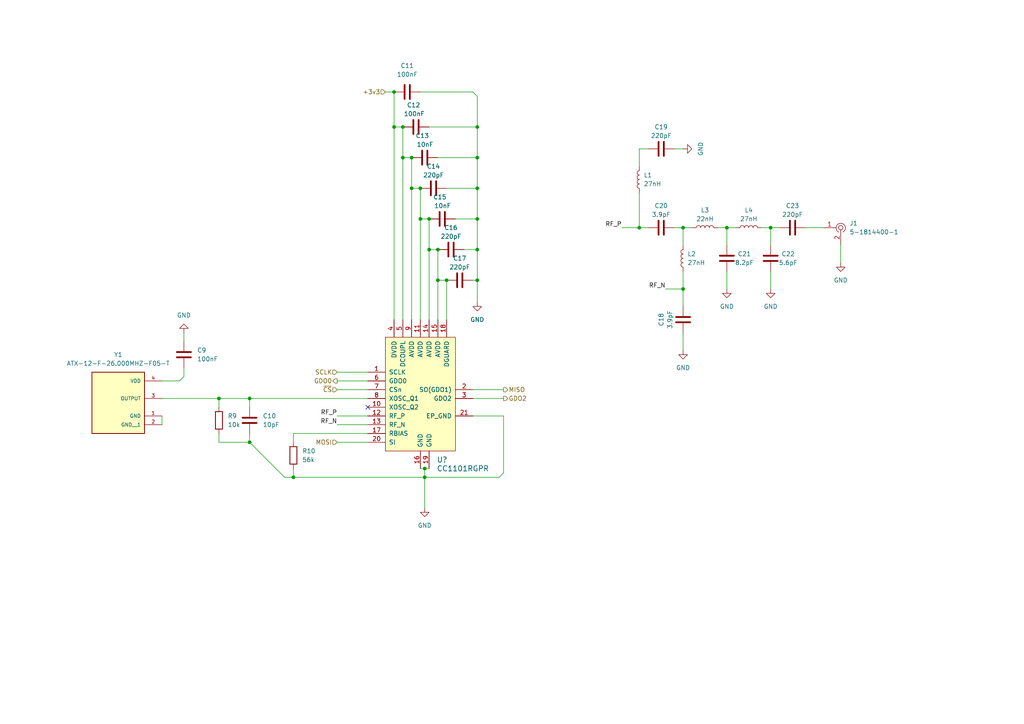
<source format=kicad_sch>
(kicad_sch (version 20230121) (generator eeschema)
  (paper "A4")
  (lib_symbols
    (symbol "Device:C" (pin_numbers hide) (pin_names (offset 0.254))
      (property "Reference" "C" (at 0.635 2.54 0))
      (property "Value" "C" (at 0.635 -2.54 0))
      (symbol "C_0_1"
        (polyline (pts (xy -2.032 -0.762) (xy 2.032 -0.762)) (stroke (width 0.508)))
        (polyline (pts (xy -2.032 0.762) (xy 2.032 0.762)) (stroke (width 0.508)))
      )
      (symbol "C_1_1"
        (pin passive line (at 0 3.81 270) (length 2.794) (name "~") (number "1"))
        (pin passive line (at 0 -3.81 90) (length 2.794) (name "~") (number "2"))
      )
    )
    (symbol "Device:L" (pin_numbers hide) (pin_names (offset 1.016) hide)
      (property "Reference" "L" (at -1.27 0 90))
      (property "Value" "L" (at 1.905 0 90))
      (symbol "L_0_1"
        (arc (start 0 -2.54) (mid 0.6323 -1.905) (end 0 -1.27))
        (arc (start 0 -1.27) (mid 0.6323 -0.635) (end 0 0))
        (arc (start 0 0) (mid 0.6323 0.635) (end 0 1.27))
        (arc (start 0 1.27) (mid 0.6323 1.905) (end 0 2.54))
      )
      (symbol "L_1_1"
        (pin passive line (at 0 3.81 270) (length 1.27) (name "1") (number "1"))
        (pin passive line (at 0 -3.81 90) (length 1.27) (name "2") (number "2"))
      )
    )
    (symbol "Device:R" (pin_numbers hide) (pin_names (offset 0))
      (property "Reference" "R" (at 2.032 0 90))
      (property "Value" "R" (at 0 0 90))
      (symbol "R_0_1"
        (rectangle (start -1.016 -2.54) (end 1.016 2.54) (stroke (width 0.254)))
      )
      (symbol "R_1_1"
        (pin passive line (at 0 3.81 270) (length 1.27) (name "~") (number "1"))
        (pin passive line (at 0 -3.81 90) (length 1.27) (name "~") (number "2"))
      )
    )
    (symbol "Downloads:ATX-12-F-26.000MHZ-F05-T" (pin_names (offset 1.016))
      (property "Reference" "Y" (at -7.62 8.382 0))
      (property "Value" "ATX-12-F-26.000MHZ-F05-T" (at -7.62 -10.922 0))
      (symbol "ATX-12-F-26.000MHZ-F05-T_0_0"
        (rectangle (start -7.62 -10.16) (end 7.62 7.62) (stroke (width 0.254)) (fill (type background)))
        (pin power_in line (at 12.7 -5.08 180) (length 5.08) (name "GND") (number "1"))
        (pin power_in line (at 12.7 -7.62 180) (length 5.08) (name "GND__1") (number "2"))
        (pin output line (at 12.7 0 180) (length 5.08) (name "OUTPUT") (number "3"))
        (pin power_in line (at 12.7 5.08 180) (length 5.08) (name "VDD") (number "4"))
      )
    )
    (symbol "dk_Coaxial-Connectors-RF:5-1814400-1" (pin_names (offset 1.016))
      (property "Reference" "J" (at -1.27 1.27 0))
      (property "Value" "5-1814400-1" (at 1.27 -2.54 0))
      (symbol "5-1814400-1_1_1"
        (arc (start -1.27 0) (mid -0.2651 -1.3081) (end 1.27 -0.635))
        (circle (center 0 0) (radius 0.635))
        (arc (start 1.27 0.635) (mid -0.2496 1.3256) (end -1.27 0))
        (pin passive line (at 0 -5.08 90) (length 3.683) (name "~") (number "1"))
        (pin passive line (at 5.08 0 180) (length 4.445) (name "~") (number "2"))
      )
    )
    (symbol "dk_RF-Transceiver-ICs:CC1101RGPR" (pin_names (offset 1.016))
      (property "Reference" "U" (at -12.7 11.43 0))
      (property "Value" "CC1101RGPR" (at 15.24 -27.94 0))
      (symbol "CC1101RGPR_0_1"
        (rectangle (start -10.16 12.7) (end 10.16 -20.32) (fill (type background)))
      )
      (symbol "CC1101RGPR_1_1"
        (pin input line (at -15.24 2.54 0) (length 5.08) (name "SCLK") (number "1"))
        (pin bidirectional line (at -15.24 -7.62 0) (length 5.08) (name "XOSC_Q2") (number "10"))
        (pin power_in line (at 0 17.78 270) (length 5.08) (name "AVDD") (number "11"))
        (pin bidirectional line (at -15.24 -10.16 0) (length 5.08) (name "RF_P") (number "12"))
        (pin bidirectional line (at -15.24 -12.7 0) (length 5.08) (name "RF_N") (number "13"))
        (pin power_in line (at 2.54 17.78 270) (length 5.08) (name "AVDD") (number "14"))
        (pin power_in line (at 5.08 17.78 270) (length 5.08) (name "AVDD") (number "15"))
        (pin power_in line (at 0 -25.4 90) (length 5.08) (name "GND") (number "16"))
        (pin bidirectional line (at -15.24 -15.24 0) (length 5.08) (name "RBIAS") (number "17"))
        (pin power_in line (at 7.62 17.78 270) (length 5.08) (name "DGUARD") (number "18"))
        (pin power_in line (at 2.54 -25.4 90) (length 5.08) (name "GND") (number "19"))
        (pin output line (at 15.24 -2.54 180) (length 5.08) (name "SO(GDO1)") (number "2"))
        (pin input line (at -15.24 -17.78 0) (length 5.08) (name "SI") (number "20"))
        (pin power_in line (at 15.24 -10.16 180) (length 5.08) (name "EP_GND") (number "21"))
        (pin output line (at 15.24 -5.08 180) (length 5.08) (name "GDO2") (number "3"))
        (pin power_in line (at -7.62 17.78 270) (length 5.08) (name "DVDD") (number "4"))
        (pin power_in line (at -5.08 17.78 270) (length 5.08) (name "DCOUPL") (number "5"))
        (pin bidirectional line (at -15.24 0 0) (length 5.08) (name "GDO0") (number "6"))
        (pin input line (at -15.24 -2.54 0) (length 5.08) (name "CSn") (number "7"))
        (pin bidirectional line (at -15.24 -5.08 0) (length 5.08) (name "XOSC_Q1") (number "8"))
        (pin power_in line (at -2.54 17.78 270) (length 5.08) (name "AVDD") (number "9"))
      )
    )
    (symbol "power:GND" (power) (pin_names (offset 0))
      (property "Value" "GND" (at 0 -3.81 0))
      (symbol "GND_0_1"
        (polyline (pts (xy 0 0) (xy 0 -1.27) (xy 1.27 -1.27) (xy 0 -2.54) (xy -1.27 -1.27) (xy 0 -1.27)))
      )
      (symbol "GND_1_1"
        (pin power_in line (at 0 0 270) (length 0) hide (name "GND") (number "1"))
      )
    )
  )
  (junction (at 123.19 135.89))
  (junction (at 198.12 83.82))
  (junction (at 119.38 45.72))
  (junction (at 138.43 54.61))
  (junction (at 198.12 66.04))
  (junction (at 138.43 36.83))
  (junction (at 129.54 81.28))
  (junction (at 116.84 45.72))
  (junction (at 85.09 138.43))
  (junction (at 185.42 66.04))
  (junction (at 127 81.28))
  (junction (at 121.92 54.61))
  (junction (at 124.46 72.39))
  (junction (at 119.38 54.61))
  (junction (at 124.46 63.5))
  (junction (at 138.43 81.28))
  (junction (at 127 72.39))
  (junction (at 114.3 36.83))
  (junction (at 121.92 63.5))
  (junction (at 223.52 66.04))
  (junction (at 123.19 138.43))
  (junction (at 138.43 63.5))
  (junction (at 72.39 128.27))
  (junction (at 138.43 72.39))
  (junction (at 114.3 26.67))
  (junction (at 72.39 115.57))
  (junction (at 116.84 36.83))
  (junction (at 63.5 115.57))
  (junction (at 210.82 66.04))
  (junction (at 138.43 45.72))
  (no_connect (at 106.68 118.11))
  (wire (pts (xy 223.52 66.04) (xy 223.52 71.12)))
  (wire (pts (xy 127 81.28) (xy 127 92.71)))
  (wire (pts (xy 46.99 115.57) (xy 63.5 115.57)))
  (wire (pts (xy 198.12 66.04) (xy 200.66 66.04)))
  (wire (pts (xy 123.19 135.89) (xy 123.19 138.43)))
  (wire (pts (xy 210.82 78.74) (xy 210.82 83.82)))
  (wire (pts (xy 185.42 43.18) (xy 187.96 43.18)))
  (wire (pts (xy 195.58 66.04) (xy 198.12 66.04)))
  (wire (pts (xy 243.84 71.12) (xy 243.84 76.2)))
  (wire (pts (xy 124.46 36.83) (xy 138.43 36.83)))
  (wire (pts (xy 121.92 63.5) (xy 121.92 92.71)))
  (wire (pts (xy 111.76 26.67) (xy 114.3 26.67)))
  (wire (pts (xy 97.79 113.03) (xy 106.68 113.03)))
  (wire (pts (xy 180.34 66.04) (xy 185.42 66.04)))
  (wire (pts (xy 121.92 135.89) (xy 123.19 135.89)))
  (wire (pts (xy 116.84 45.72) (xy 119.38 45.72)))
  (wire (pts (xy 223.52 66.04) (xy 226.06 66.04)))
  (wire (pts (xy 146.05 120.65) (xy 146.05 137.16)))
  (wire (pts (xy 220.98 66.04) (xy 223.52 66.04)))
  (wire (pts (xy 233.68 66.04) (xy 238.76 66.04)))
  (wire (pts (xy 72.39 115.57) (xy 106.68 115.57)))
  (wire (pts (xy 195.58 43.18) (xy 198.12 43.18)))
  (wire (pts (xy 210.82 66.04) (xy 210.82 71.12)))
  (wire (pts (xy 138.43 45.72) (xy 138.43 54.61)))
  (wire (pts (xy 129.54 54.61) (xy 138.43 54.61)))
  (wire (pts (xy 198.12 96.52) (xy 198.12 101.6)))
  (wire (pts (xy 124.46 72.39) (xy 127 72.39)))
  (wire (pts (xy 46.99 110.49) (xy 52.07 110.49)))
  (wire (pts (xy 97.79 128.27) (xy 106.68 128.27)))
  (wire (pts (xy 198.12 83.82) (xy 198.12 88.9)))
  (wire (pts (xy 82.55 138.43) (xy 85.09 138.43)))
  (wire (pts (xy 121.92 54.61) (xy 121.92 63.5)))
  (wire (pts (xy 116.84 36.83) (xy 116.84 45.72)))
  (wire (pts (xy 114.3 36.83) (xy 114.3 92.71)))
  (wire (pts (xy 119.38 45.72) (xy 119.38 54.61)))
  (wire (pts (xy 127 81.28) (xy 129.54 81.28)))
  (wire (pts (xy 63.5 125.73) (xy 63.5 128.27)))
  (wire (pts (xy 198.12 78.74) (xy 198.12 83.82)))
  (wire (pts (xy 97.79 110.49) (xy 106.68 110.49)))
  (wire (pts (xy 208.28 66.04) (xy 210.82 66.04)))
  (wire (pts (xy 85.09 138.43) (xy 123.19 138.43)))
  (wire (pts (xy 72.39 128.27) (xy 82.55 138.43)))
  (wire (pts (xy 132.08 63.5) (xy 138.43 63.5)))
  (wire (pts (xy 72.39 115.57) (xy 72.39 118.11)))
  (wire (pts (xy 138.43 36.83) (xy 138.43 45.72)))
  (wire (pts (xy 46.99 120.65) (xy 46.99 123.19)))
  (wire (pts (xy 127 72.39) (xy 127 81.28)))
  (wire (pts (xy 119.38 54.61) (xy 119.38 92.71)))
  (wire (pts (xy 198.12 66.04) (xy 198.12 71.12)))
  (wire (pts (xy 97.79 123.19) (xy 106.68 123.19)))
  (wire (pts (xy 129.54 81.28) (xy 129.54 92.71)))
  (wire (pts (xy 134.62 72.39) (xy 138.43 72.39)))
  (wire (pts (xy 85.09 125.73) (xy 85.09 128.27)))
  (wire (pts (xy 223.52 78.74) (xy 223.52 83.82)))
  (wire (pts (xy 85.09 125.73) (xy 106.68 125.73)))
  (wire (pts (xy 137.16 113.03) (xy 146.05 113.03)))
  (wire (pts (xy 138.43 27.94) (xy 138.43 36.83)))
  (wire (pts (xy 114.3 36.83) (xy 116.84 36.83)))
  (wire (pts (xy 137.16 120.65) (xy 146.05 120.65)))
  (wire (pts (xy 121.92 26.67) (xy 137.16 26.67)))
  (wire (pts (xy 138.43 81.28) (xy 138.43 87.63)))
  (wire (pts (xy 97.79 107.95) (xy 106.68 107.95)))
  (wire (pts (xy 137.16 115.57) (xy 146.05 115.57)))
  (wire (pts (xy 146.05 137.16) (xy 144.78 138.43)))
  (wire (pts (xy 119.38 54.61) (xy 121.92 54.61)))
  (wire (pts (xy 53.34 96.52) (xy 53.34 99.06)))
  (wire (pts (xy 123.19 135.89) (xy 124.46 135.89)))
  (wire (pts (xy 123.19 138.43) (xy 123.19 147.32)))
  (wire (pts (xy 138.43 54.61) (xy 138.43 63.5)))
  (wire (pts (xy 116.84 45.72) (xy 116.84 92.71)))
  (wire (pts (xy 138.43 63.5) (xy 138.43 72.39)))
  (wire (pts (xy 193.04 83.82) (xy 198.12 83.82)))
  (wire (pts (xy 97.79 120.65) (xy 106.68 120.65)))
  (wire (pts (xy 63.5 128.27) (xy 72.39 128.27)))
  (wire (pts (xy 63.5 115.57) (xy 72.39 115.57)))
  (wire (pts (xy 137.16 81.28) (xy 138.43 81.28)))
  (wire (pts (xy 124.46 72.39) (xy 124.46 92.71)))
  (wire (pts (xy 85.09 135.89) (xy 85.09 138.43)))
  (wire (pts (xy 123.19 138.43) (xy 144.78 138.43)))
  (wire (pts (xy 63.5 115.57) (xy 63.5 118.11)))
  (wire (pts (xy 185.42 66.04) (xy 187.96 66.04)))
  (wire (pts (xy 210.82 66.04) (xy 213.36 66.04)))
  (wire (pts (xy 124.46 63.5) (xy 124.46 72.39)))
  (wire (pts (xy 121.92 63.5) (xy 124.46 63.5)))
  (wire (pts (xy 185.42 43.18) (xy 185.42 48.26)))
  (wire (pts (xy 138.43 72.39) (xy 138.43 81.28)))
  (wire (pts (xy 72.39 125.73) (xy 72.39 128.27)))
  (wire (pts (xy 114.3 26.67) (xy 114.3 36.83)))
  (wire (pts (xy 185.42 55.88) (xy 185.42 66.04)))
  (wire (pts (xy 137.16 26.67) (xy 138.43 27.94)))
  (wire (pts (xy 127 45.72) (xy 138.43 45.72)))
  (wire (pts (xy 53.34 106.68) (xy 53.34 109.22)))
  (wire (pts (xy 52.07 110.49) (xy 53.34 109.22)))
  (label "RF_P" (at 97.79 120.65 180))
  (label "RF_N" (at 193.04 83.82 180))
  (label "RF_N" (at 97.79 123.19 180))
  (label "RF_P" (at 180.34 66.04 180))
  (hierarchical_label "~{CS}" (shape input) (at 97.79 113.03 180))
  (hierarchical_label "GDO2" (shape output) (at 146.05 115.57 0))
  (hierarchical_label "+3v3" (shape input) (at 111.76 26.67 180))
  (hierarchical_label "GDO0" (shape output) (at 97.79 110.49 180))
  (hierarchical_label "MOSI" (shape input) (at 97.79 128.27 180))
  (hierarchical_label "SCLK" (shape input) (at 97.79 107.95 180))
  (hierarchical_label "MISO" (shape output) (at 146.05 113.03 0))
  (symbol (lib_id "Device:C") (at 223.52 74.93 0) (unit 1)
    (property "Reference" "C22" (at 228.6 73.66 0))
    (property "Value" "5.6pF" (at 228.6 76.2 0))
    (property "Footprint" "Capacitor_SMD:C_0402_1005Metric" (effects hide))
  )
  (symbol (lib_id "power:GND") (at 223.52 83.82 0) (unit 1)
    (property "Reference" "#PWR018" (effects hide))
    (property "Value" "GND" (at 223.52 88.9 0))
  )
  (symbol (lib_id "Device:L") (at 217.17 66.04 90) (unit 1)
    (property "Reference" "L4" (at 217.17 60.96 90))
    (property "Value" "27nH" (at 217.17 63.5 90))
    (property "Footprint" "Inductor_SMD:L_0402_1005Metric" (effects hide))
  )
  (symbol (lib_id "Device:L") (at 204.47 66.04 90) (unit 1)
    (property "Reference" "L3" (at 204.47 60.96 90))
    (property "Value" "22nH" (at 204.47 63.5 90))
    (property "Footprint" "Inductor_SMD:L_0402_1005Metric" (effects hide))
  )
  (symbol (lib_id "dk_Coaxial-Connectors-RF:5-1814400-1") (at 243.84 66.04 270) (unit 1)
    (property "Reference" "J1" (at 246.38 64.7699 90) (effects (justify left)))
    (property "Value" "5-1814400-1" (at 246.38 67.3099 90) (effects (justify left)))
    (property "Footprint" "digikey-footprints:RF_SMA_RightAngle_5-1814400-1" (effects hide))
    (property "Datasheet" "https://www.te.com/commerce/DocumentDelivery/DDEController?Action=srchrtrv&DocNm=1814400&DocType=Customer+Drawing&DocLang=English" (effects hide))
    (property "Digi-Key_PN" "A97593-ND" (effects hide))
    (property "MPN" "5-1814400-1" (effects hide))
    (property "Category" "Connectors, Interconnects" (effects hide))
    (property "Family" "Coaxial Connectors (RF)" (effects hide))
    (property "DK_Datasheet_Link" "https://www.te.com/commerce/DocumentDelivery/DDEController?Action=srchrtrv&DocNm=1814400&DocType=Customer+Drawing&DocLang=English" (effects hide))
    (property "DK_Detail_Page" "/product-detail/en/te-connectivity-amp-connectors/5-1814400-1/A97593-ND/1755981" (effects hide))
    (property "Description" "CONN SMA JACK R/A 50 OHM PCB" (effects hide))
    (property "Manufacturer" "TE Connectivity AMP Connectors" (effects hide))
    (property "Status" "Active" (effects hide))
  )
  (symbol (lib_id "power:GND") (at 210.82 83.82 0) (unit 1)
    (property "Reference" "#PWR017" (effects hide))
    (property "Value" "GND" (at 210.82 88.9 0))
  )
  (symbol (lib_id "Device:C") (at 53.34 102.87 0) (unit 1)
    (property "Reference" "C9" (at 57.15 101.6 0) (effects (justify left)))
    (property "Value" "100nF" (at 57.15 104.14 0) (effects (justify left)))
    (property "Footprint" "Capacitor_SMD:C_0402_1005Metric" (effects hide))
  )
  (symbol (lib_id "Device:C") (at 191.77 66.04 90) (unit 1)
    (property "Reference" "C20" (at 191.77 59.69 90))
    (property "Value" "3.9pF" (at 191.77 62.23 90))
    (property "Footprint" "Capacitor_SMD:C_0402_1005Metric" (effects hide))
  )
  (symbol (lib_id "Device:C") (at 198.12 92.71 180) (unit 1)
    (property "Reference" "C18" (at 191.77 92.71 90))
    (property "Value" "3.9pF" (at 194.31 92.71 90))
    (property "Footprint" "Capacitor_SMD:C_0402_1005Metric" (effects hide))
  )
  (symbol (lib_id "Device:C") (at 229.87 66.04 90) (unit 1)
    (property "Reference" "C23" (at 229.87 59.69 90))
    (property "Value" "220pF" (at 229.87 62.23 90))
    (property "Footprint" "Capacitor_SMD:C_0402_1005Metric" (effects hide))
  )
  (symbol (lib_id "Device:R") (at 85.09 132.08 0) (unit 1)
    (property "Reference" "R10" (at 87.63 130.81 0) (effects (justify left)))
    (property "Value" "56k" (at 87.63 133.35 0) (effects (justify left)))
    (property "Footprint" "Resistor_SMD:R_0402_1005Metric" (effects hide))
  )
  (symbol (lib_id "Device:C") (at 118.11 26.67 90) (unit 1)
    (property "Reference" "C11" (at 118.11 19.05 90))
    (property "Value" "100nF" (at 118.11 21.59 90))
    (property "Footprint" "Capacitor_SMD:C_0402_1005Metric" (effects hide))
  )
  (symbol (lib_id "power:GND") (at 243.84 76.2 0) (unit 1)
    (property "Reference" "#PWR019" (effects hide))
    (property "Value" "GND" (at 243.84 81.28 0))
  )
  (symbol (lib_id "power:GND") (at 138.43 87.63 0) (unit 1)
    (property "Reference" "#PWR014" (effects hide))
    (property "Value" "GND" (at 138.43 92.71 0))
  )
  (symbol (lib_id "Device:R") (at 63.5 121.92 0) (unit 1)
    (property "Reference" "R9" (at 66.04 120.65 0) (effects (justify left)))
    (property "Value" "10k" (at 66.04 123.19 0) (effects (justify left)))
    (property "Footprint" "Resistor_SMD:R_0402_1005Metric" (effects hide))
  )
  (symbol (lib_id "Device:C") (at 191.77 43.18 90) (unit 1)
    (property "Reference" "C19" (at 191.77 36.83 90))
    (property "Value" "220pF" (at 191.77 39.37 90))
    (property "Footprint" "Capacitor_SMD:C_0402_1005Metric" (effects hide))
  )
  (symbol (lib_id "Downloads:ATX-12-F-26.000MHZ-F05-T") (at 34.29 115.57 0) (unit 1)
    (property "Reference" "Y1" (at 34.29 102.87 0))
    (property "Value" "ATX-12-F-26.000MHZ-F05-T" (at 34.29 105.41 0))
    (property "Footprint" "Downloads:OSC_ATX-12-F-26.000MHZ-F05-T" (effects hide))
    (property "PARTREV" "11-11-20" (effects hide))
    (property "STANDARD" "Manufacturer Recommendations" (effects hide))
    (property "MAXIMUM_PACKAGE_HEIGHT" "1.00mm" (effects hide))
    (property "MANUFACTURER" "Abracon" (effects hide))
  )
  (symbol (lib_id "Device:C") (at 72.39 121.92 0) (unit 1)
    (property "Reference" "C10" (at 76.2 120.65 0) (effects (justify left)))
    (property "Value" "10pF" (at 76.2 123.19 0) (effects (justify left)))
    (property "Footprint" "Capacitor_SMD:C_0402_1005Metric" (effects hide))
  )
  (symbol (lib_id "Device:C") (at 128.27 63.5 90) (unit 1)
    (property "Reference" "C15" (at 129.54 57.15 90) (effects (justify left)))
    (property "Value" "10nF" (at 130.81 59.69 90) (effects (justify left)))
    (property "Footprint" "Capacitor_SMD:C_0402_1005Metric" (effects hide))
  )
  (symbol (lib_id "Device:C") (at 130.81 72.39 90) (unit 1)
    (property "Reference" "C16" (at 130.81 66.04 90))
    (property "Value" "220pF" (at 130.81 68.58 90))
    (property "Footprint" "Capacitor_SMD:C_0402_1005Metric" (effects hide))
  )
  (symbol (lib_id "Device:L") (at 198.12 74.93 180) (unit 1)
    (property "Reference" "L2" (at 199.39 73.66 0) (effects (justify right)))
    (property "Value" "27nH" (at 199.39 76.2 0) (effects (justify right)))
    (property "Footprint" "Inductor_SMD:L_0402_1005Metric" (effects hide))
  )
  (symbol (lib_id "Device:C") (at 120.65 36.83 90) (unit 1)
    (property "Reference" "C12" (at 121.92 30.48 90) (effects (justify left)))
    (property "Value" "100nF" (at 123.19 33.02 90) (effects (justify left)))
    (property "Footprint" "Capacitor_SMD:C_0402_1005Metric" (effects hide))
  )
  (symbol (lib_id "power:GND") (at 123.19 147.32 0) (unit 1)
    (property "Reference" "#PWR09" (effects hide))
    (property "Value" "GND" (at 123.19 152.4 0))
  )
  (symbol (lib_id "power:GND") (at 53.34 96.52 180) (unit 1)
    (property "Reference" "#PWR013" (effects hide))
    (property "Value" "GND" (at 53.34 91.44 0))
  )
  (symbol (lib_id "Device:L") (at 185.42 52.07 180) (unit 1)
    (property "Reference" "L1" (at 186.69 50.8 0) (effects (justify right)))
    (property "Value" "27nH" (at 186.69 53.34 0) (effects (justify right)))
    (property "Footprint" "Inductor_SMD:L_0402_1005Metric" (effects hide))
  )
  (symbol (lib_id "dk_RF-Transceiver-ICs:CC1101RGPR") (at 121.92 110.49 0) (unit 1)
    (property "Reference" "U?" (at 126.6541 133.35 0) (effects (font (size 1.524 1.524)) (justify left)))
    (property "Value" "CC1101RGPR" (at 126.6541 135.89 0) (effects (font (size 1.524 1.524)) (justify left)))
    (property "Footprint" "digikey-footprints:QFN-20-1EP_4x4mm_RevA" (effects hide))
    (property "Datasheet" "http://www.ti.com/general/docs/suppproductinfo.tsp?distId=10&gotoUrl=http%3A%2F%2Fwww.ti.com%2Flit%2Fgpn%2Fcc1101" (effects hide))
    (property "Digi-Key_PN" "296-35718-1-ND" (effects hide))
    (property "MPN" "CC1101RGPR" (effects hide))
    (property "Category" "RF/IF and RFID" (effects hide))
    (property "Family" "RF Transceiver ICs" (effects hide))
    (property "DK_Datasheet_Link" "http://www.ti.com/general/docs/suppproductinfo.tsp?distId=10&gotoUrl=http%3A%2F%2Fwww.ti.com%2Flit%2Fgpn%2Fcc1101" (effects hide))
    (property "DK_Detail_Page" "/product-detail/en/texas-instruments/CC1101RGPR/296-35718-1-ND/3947329" (effects hide))
    (property "Description" "IC RF TXRX ISM<1GHZ 20VFQFN" (effects hide))
    (property "Manufacturer" "Texas Instruments" (effects hide))
    (property "Status" "Active" (effects hide))
    (instances (project "FlipperRP2040_DevBoard" (path "" (reference "U?") (unit 1)) (path "" (reference "U7") (unit 1))))
  )
  (symbol (lib_id "Device:C") (at 123.19 45.72 90) (unit 1)
    (property "Reference" "C13" (at 124.46 39.37 90) (effects (justify left)))
    (property "Value" "10nF" (at 125.73 41.91 90) (effects (justify left)))
    (property "Footprint" "Capacitor_SMD:C_0402_1005Metric" (effects hide))
  )
  (symbol (lib_id "power:GND") (at 198.12 43.18 90) (unit 1)
    (property "Reference" "#PWR015" (effects hide))
    (property "Value" "GND" (at 203.2 43.18 0))
  )
  (symbol (lib_id "Device:C") (at 210.82 74.93 180) (unit 1)
    (property "Reference" "C21" (at 215.9 73.66 0))
    (property "Value" "8.2pF" (at 215.9 76.2 0))
    (property "Footprint" "Capacitor_SMD:C_0402_1005Metric" (effects hide))
  )
  (symbol (lib_id "power:GND") (at 198.12 101.6 0) (unit 1)
    (property "Reference" "#PWR016" (effects hide))
    (property "Value" "GND" (at 198.12 106.68 0))
  )
  (symbol (lib_id "Device:C") (at 125.73 54.61 90) (unit 1)
    (property "Reference" "C14" (at 125.73 48.26 90))
    (property "Value" "220pF" (at 125.73 50.8 90))
    (property "Footprint" "Capacitor_SMD:C_0402_1005Metric" (effects hide))
  )
  (symbol (lib_id "Device:C") (at 133.35 81.28 90) (unit 1)
    (property "Reference" "C17" (at 133.35 74.93 90))
    (property "Value" "220pF" (at 133.35 77.47 90))
    (property "Footprint" "Capacitor_SMD:C_0402_1005Metric" (effects hide))
  )
)
</source>
